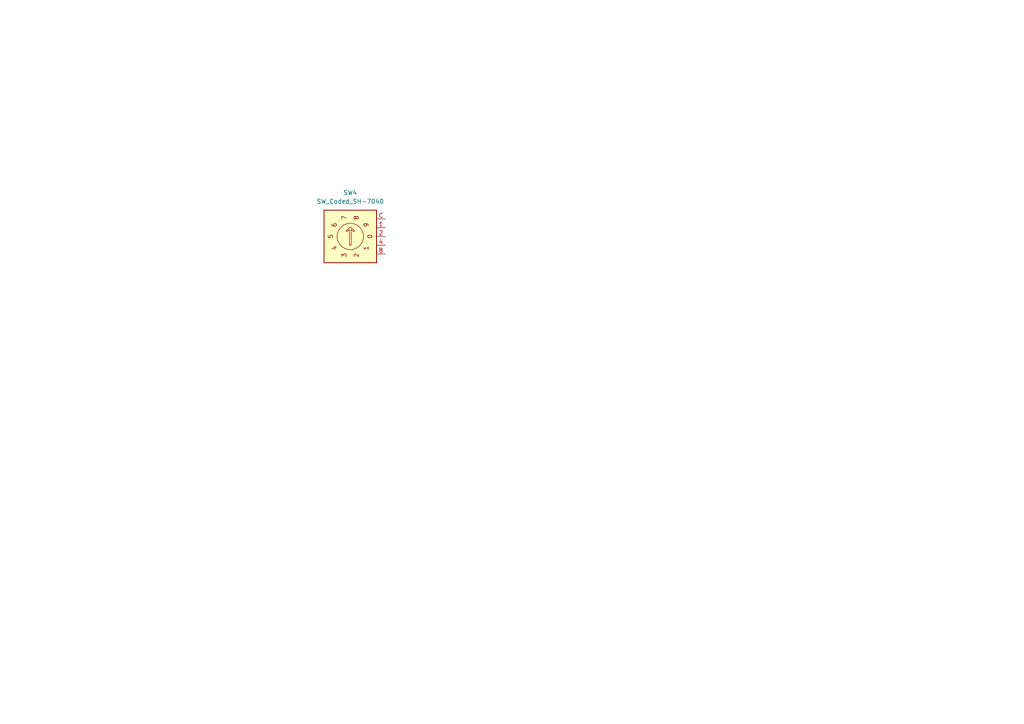
<source format=kicad_sch>
(kicad_sch (version 20231120) (generator "eeschema") (generator_version "8.0")
  (paper "A4")
  (lib_symbols
    (symbol "Switch:SW_Coded_SH-7040" (pin_names hide)
      (property "Reference" "SW" (at -7.62 8.89 0))
      (property "Value" "SW_Coded_SH-7040" (at -7.62 -8.89 0))
      (symbol "SW_Coded_SH-7040_0_0"
        (text "0" (at 5.715 0 2700) (effects (font (size 1.27 1.27))))
        (text "1" (at 4.6228 -3.3528 2340) (effects (font (size 1.27 1.27))))
        (text "2" (at 1.778 -5.4356 1980) (effects (font (size 1.27 1.27))))
        (text "3" (at -1.778 -5.4356 1620) (effects (font (size 1.27 1.27))))
        (text "4" (at -4.6228 -3.3528 1260) (effects (font (size 1.27 1.27))))
        (text "5" (at -5.715 0 900) (effects (font (size 1.27 1.27))))
        (text "6" (at -4.6228 3.3528 540) (effects (font (size 1.27 1.27))))
        (text "7" (at -1.778 5.4356 180) (effects (font (size 1.27 1.27))))
        (text "8" (at 1.778 5.4356 3420) (effects (font (size 1.27 1.27))))
        (text "9" (at 4.6228 3.3528 3060) (effects (font (size 1.27 1.27))))
      )
      (symbol "SW_Coded_SH-7040_0_1"
        (polyline (pts (xy -0.254 -2.54) (xy -0.254 2.032) (xy -0.762 1.524) (xy -1.27 1.524) (xy 0 2.794) (xy 1.27 1.524) (xy 0.762 1.524) (xy 0.254 2.032) (xy 0.254 -2.54) (xy -0.254 -2.54) (xy -0.254 -2.54)))
        (circle (center 0 0) (radius 3.81))
        (rectangle (start 7.62 7.62) (end -7.62 -7.62) (stroke (width 0.254)) (fill (type background)))
      )
      (symbol "SW_Coded_SH-7040_1_1"
        (pin passive line (at 10.16 2.54 180) (length 2.54) (name "1") (number "1"))
        (pin passive line (at 10.16 0 180) (length 2.54) (name "2") (number "2"))
        (pin passive line (at 10.16 -2.54 180) (length 2.54) (name "4") (number "4"))
        (pin passive line (at 10.16 -5.08 180) (length 2.54) (name "8") (number "8"))
        (pin passive line (at 10.16 5.08 180) (length 2.54) (name "C") (number "C"))
      )
    )
  )
  (symbol (lib_id "Switch:SW_Coded_SH-7040") (at 101.6 68.58 0) (unit 1)
    (property "Reference" "SW4" (at 101.6 55.88 0))
    (property "Value" "SW_Coded_SH-7040" (at 101.6 58.42 0))
    (property "Footprint" "Button_Switch_THT:Nidec_Copal_SH-7010C" (effects (hide yes)))
    (property "Datasheet" "https://www.nidec-copal-electronics.com/e/catalog/switch/sh-7000.pdf" (effects (hide yes)))
    (property "Description" "Rotary switch, 4-bit encoding, 10 positions, Gray code" (effects (hide yes)))
  )
)
</source>
